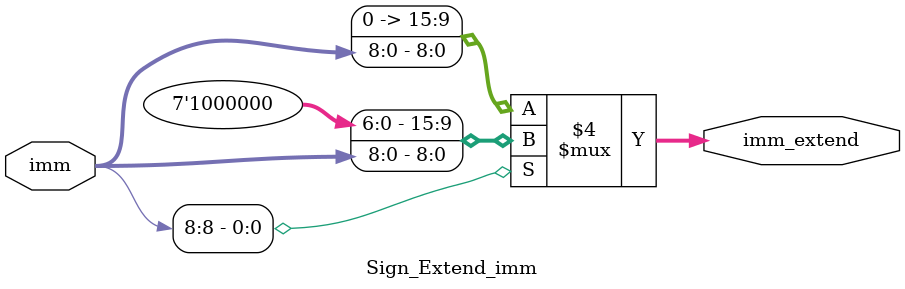
<source format=v>
`timescale 1ns / 1ps

module Sign_Extend_imm(
  input [8:0] imm,
  output reg [15:0] imm_extend
  );
 
  always@(imm)
	 begin
		if (imm[8]==1)
			begin
			  imm_extend <= {1'b1, 6'b0 , imm};
			end
			else 
			begin
			  imm_extend <= {7'b0, imm};
			end	
	 end  
endmodule

</source>
